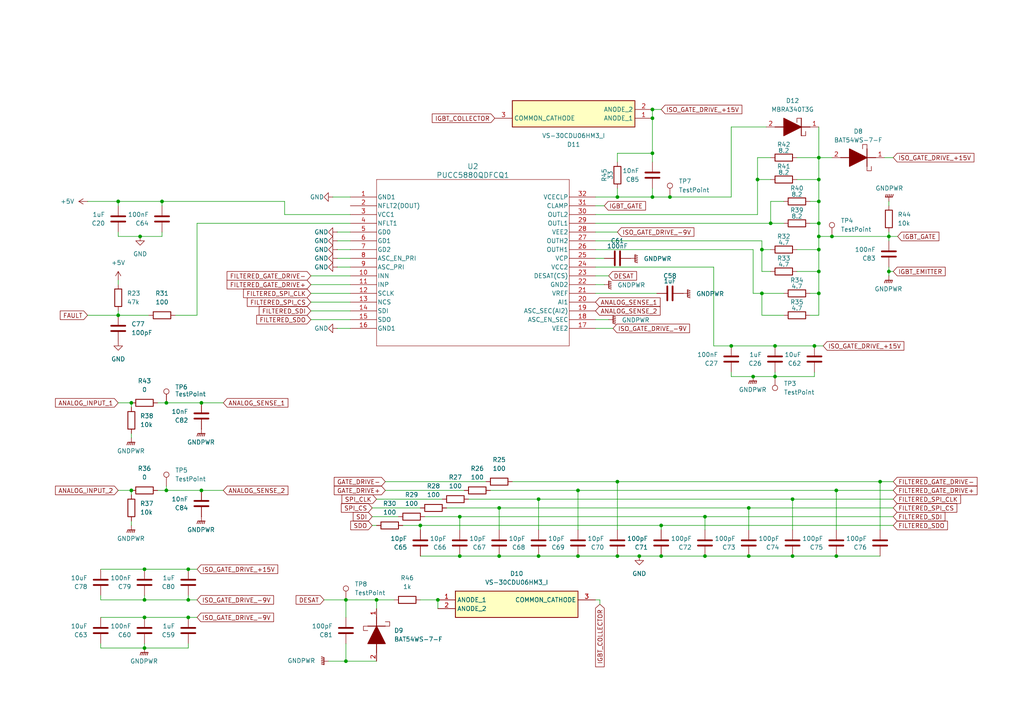
<source format=kicad_sch>
(kicad_sch (version 20250114) (generator "eeschema") (generator_version "9.0")
  (paper "A4")
  (junction (at 167.64 161.29))
  (junction (at 236.22 100.33))
  (junction (at 127 173.99))
  (junction (at 217.17 161.29))
  (junction (at 191.77 161.29))
  (junction (at 189.23 34.29))
  (junction (at 223.52 64.77))
  (junction (at 179.07 161.29))
  (junction (at 41.91 165.1))
  (junction (at 54.61 165.1))
  (junction (at 48.26 116.84))
  (junction (at 237.49 85.09))
  (junction (at 257.81 68.58))
  (junction (at 167.64 142.24))
  (junction (at 179.07 57.15))
  (junction (at 241.3 68.58))
  (junction (at 237.49 52.07))
  (junction (at 237.49 64.77))
  (junction (at 237.49 72.39))
  (junction (at 255.27 139.7))
  (junction (at 48.26 142.24))
  (junction (at 144.78 147.32))
  (junction (at 212.09 100.33))
  (junction (at 58.42 116.84))
  (junction (at 179.07 139.7))
  (junction (at 41.91 187.96))
  (junction (at 54.61 179.07))
  (junction (at 257.81 78.74))
  (junction (at 189.23 44.45))
  (junction (at 189.23 31.75))
  (junction (at 229.87 161.29))
  (junction (at 220.98 72.39))
  (junction (at 133.35 161.29))
  (junction (at 54.61 173.99))
  (junction (at 224.79 109.22))
  (junction (at 133.35 149.86))
  (junction (at 156.21 161.29))
  (junction (at 34.29 91.44))
  (junction (at 242.57 142.24))
  (junction (at 218.44 109.22))
  (junction (at 204.47 161.29))
  (junction (at 38.1 116.84))
  (junction (at 100.33 173.99))
  (junction (at 229.87 144.78))
  (junction (at 34.29 58.42))
  (junction (at 41.91 179.07))
  (junction (at 100.33 191.77))
  (junction (at 220.98 85.09))
  (junction (at 58.42 142.24))
  (junction (at 191.77 152.4))
  (junction (at 46.99 58.42))
  (junction (at 41.91 173.99))
  (junction (at 38.1 142.24))
  (junction (at 242.57 161.29))
  (junction (at 237.49 45.72))
  (junction (at 40.64 68.58))
  (junction (at 237.49 78.74))
  (junction (at 189.23 57.15))
  (junction (at 194.31 57.15))
  (junction (at 217.17 147.32))
  (junction (at 121.92 152.4))
  (junction (at 237.49 68.58))
  (junction (at 156.21 144.78))
  (junction (at 224.79 100.33))
  (junction (at 185.42 161.29))
  (junction (at 204.47 149.86))
  (junction (at 109.22 173.99))
  (junction (at 144.78 161.29))
  (junction (at 219.71 52.07))
  (junction (at 237.49 58.42))
  (wire (pts (xy 90.17 85.09) (xy 101.6 85.09)))
  (wire (pts (xy 217.17 161.29) (xy 229.87 161.29)))
  (wire (pts (xy 242.57 161.29) (xy 255.27 161.29)))
  (wire (pts (xy 172.72 80.01) (xy 176.53 80.01)))
  (wire (pts (xy 121.92 152.4) (xy 191.77 152.4)))
  (wire (pts (xy 179.07 139.7) (xy 255.27 139.7)))
  (wire (pts (xy 220.98 69.85) (xy 220.98 72.39)))
  (wire (pts (xy 29.21 173.99) (xy 29.21 172.72)))
  (wire (pts (xy 133.35 161.29) (xy 144.78 161.29)))
  (wire (pts (xy 46.99 58.42) (xy 46.99 59.69)))
  (wire (pts (xy 45.72 116.84) (xy 48.26 116.84)))
  (wire (pts (xy 237.49 64.77) (xy 237.49 68.58)))
  (wire (pts (xy 97.79 74.93) (xy 101.6 74.93)))
  (wire (pts (xy 189.23 31.75) (xy 191.77 31.75)))
  (wire (pts (xy 46.99 67.31) (xy 46.99 68.58)))
  (wire (pts (xy 58.42 142.24) (xy 64.77 142.24)))
  (wire (pts (xy 90.17 87.63) (xy 101.6 87.63)))
  (wire (pts (xy 172.72 69.85) (xy 220.98 69.85)))
  (wire (pts (xy 123.19 149.86) (xy 133.35 149.86)))
  (wire (pts (xy 34.29 116.84) (xy 38.1 116.84)))
  (wire (pts (xy 156.21 144.78) (xy 156.21 153.67)))
  (wire (pts (xy 185.42 161.29) (xy 191.77 161.29)))
  (wire (pts (xy 34.29 82.55) (xy 34.29 81.28)))
  (wire (pts (xy 121.92 173.99) (xy 127 173.99)))
  (wire (pts (xy 97.79 77.47) (xy 101.6 77.47)))
  (wire (pts (xy 135.89 144.78) (xy 156.21 144.78)))
  (wire (pts (xy 257.81 78.74) (xy 257.81 77.47)))
  (wire (pts (xy 93.98 173.99) (xy 100.33 173.99)))
  (wire (pts (xy 204.47 149.86) (xy 259.08 149.86)))
  (wire (pts (xy 231.14 45.72) (xy 237.49 45.72)))
  (wire (pts (xy 25.4 58.42) (xy 34.29 58.42)))
  (wire (pts (xy 220.98 72.39) (xy 220.98 78.74)))
  (wire (pts (xy 107.95 147.32) (xy 121.92 147.32)))
  (wire (pts (xy 172.72 59.69) (xy 175.26 59.69)))
  (wire (pts (xy 179.07 57.15) (xy 189.23 57.15)))
  (wire (pts (xy 220.98 91.44) (xy 227.33 91.44)))
  (wire (pts (xy 34.29 58.42) (xy 46.99 58.42)))
  (wire (pts (xy 212.09 109.22) (xy 218.44 109.22)))
  (wire (pts (xy 231.14 52.07) (xy 237.49 52.07)))
  (wire (pts (xy 219.71 45.72) (xy 219.71 52.07)))
  (wire (pts (xy 223.52 58.42) (xy 223.52 64.77)))
  (wire (pts (xy 259.08 45.72) (xy 256.54 45.72)))
  (wire (pts (xy 237.49 72.39) (xy 237.49 78.74)))
  (wire (pts (xy 54.61 179.07) (xy 57.15 179.07)))
  (wire (pts (xy 167.64 161.29) (xy 179.07 161.29)))
  (wire (pts (xy 257.81 59.69) (xy 257.81 58.42)))
  (wire (pts (xy 259.08 78.74) (xy 257.81 78.74)))
  (wire (pts (xy 144.78 147.32) (xy 217.17 147.32)))
  (wire (pts (xy 40.64 68.58) (xy 34.29 68.58)))
  (wire (pts (xy 29.21 187.96) (xy 29.21 186.69)))
  (wire (pts (xy 242.57 142.24) (xy 242.57 153.67)))
  (wire (pts (xy 144.78 147.32) (xy 144.78 153.67)))
  (wire (pts (xy 121.92 152.4) (xy 121.92 153.67)))
  (wire (pts (xy 50.8 91.44) (xy 57.15 91.44)))
  (wire (pts (xy 191.77 152.4) (xy 191.77 153.67)))
  (wire (pts (xy 220.98 72.39) (xy 223.52 72.39)))
  (wire (pts (xy 34.29 90.17) (xy 34.29 91.44)))
  (wire (pts (xy 134.62 142.24) (xy 111.76 142.24)))
  (wire (pts (xy 236.22 100.33) (xy 238.76 100.33)))
  (wire (pts (xy 179.07 44.45) (xy 179.07 46.99)))
  (wire (pts (xy 54.61 165.1) (xy 57.15 165.1)))
  (wire (pts (xy 116.84 152.4) (xy 121.92 152.4)))
  (wire (pts (xy 191.77 152.4) (xy 259.08 152.4)))
  (wire (pts (xy 148.59 139.7) (xy 179.07 139.7)))
  (wire (pts (xy 172.72 62.23) (xy 219.71 62.23)))
  (wire (pts (xy 241.3 45.72) (xy 237.49 45.72)))
  (wire (pts (xy 41.91 173.99) (xy 41.91 172.72)))
  (wire (pts (xy 257.81 68.58) (xy 260.35 68.58)))
  (wire (pts (xy 46.99 68.58) (xy 40.64 68.58)))
  (wire (pts (xy 95.25 191.77) (xy 100.33 191.77)))
  (wire (pts (xy 133.35 149.86) (xy 204.47 149.86)))
  (wire (pts (xy 255.27 139.7) (xy 255.27 153.67)))
  (wire (pts (xy 172.72 64.77) (xy 223.52 64.77)))
  (wire (pts (xy 54.61 173.99) (xy 54.61 172.72)))
  (wire (pts (xy 172.72 72.39) (xy 218.44 72.39)))
  (wire (pts (xy 29.21 179.07) (xy 41.91 179.07)))
  (wire (pts (xy 156.21 144.78) (xy 229.87 144.78)))
  (wire (pts (xy 90.17 90.17) (xy 101.6 90.17)))
  (wire (pts (xy 204.47 149.86) (xy 204.47 153.67)))
  (wire (pts (xy 237.49 91.44) (xy 234.95 91.44)))
  (wire (pts (xy 172.72 67.31) (xy 179.07 67.31)))
  (wire (pts (xy 212.09 36.83) (xy 212.09 57.15)))
  (wire (pts (xy 25.4 91.44) (xy 34.29 91.44)))
  (wire (pts (xy 257.81 67.31) (xy 257.81 68.58)))
  (wire (pts (xy 212.09 100.33) (xy 224.79 100.33)))
  (wire (pts (xy 229.87 161.29) (xy 242.57 161.29)))
  (wire (pts (xy 224.79 109.22) (xy 218.44 109.22)))
  (wire (pts (xy 29.21 165.1) (xy 41.91 165.1)))
  (wire (pts (xy 219.71 52.07) (xy 219.71 62.23)))
  (wire (pts (xy 34.29 68.58) (xy 34.29 67.31)))
  (wire (pts (xy 222.25 36.83) (xy 212.09 36.83)))
  (wire (pts (xy 237.49 45.72) (xy 237.49 52.07)))
  (wire (pts (xy 234.95 85.09) (xy 237.49 85.09)))
  (wire (pts (xy 212.09 57.15) (xy 194.31 57.15)))
  (wire (pts (xy 97.79 72.39) (xy 101.6 72.39)))
  (wire (pts (xy 96.52 57.15) (xy 101.6 57.15)))
  (wire (pts (xy 41.91 179.07) (xy 54.61 179.07)))
  (wire (pts (xy 34.29 142.24) (xy 38.1 142.24)))
  (wire (pts (xy 229.87 144.78) (xy 229.87 153.67)))
  (wire (pts (xy 237.49 85.09) (xy 237.49 91.44)))
  (wire (pts (xy 48.26 116.84) (xy 58.42 116.84)))
  (wire (pts (xy 217.17 147.32) (xy 217.17 153.67)))
  (wire (pts (xy 133.35 149.86) (xy 133.35 153.67)))
  (wire (pts (xy 48.26 142.24) (xy 58.42 142.24)))
  (wire (pts (xy 241.3 68.58) (xy 257.81 68.58)))
  (wire (pts (xy 172.72 57.15) (xy 179.07 57.15)))
  (wire (pts (xy 189.23 34.29) (xy 189.23 31.75)))
  (wire (pts (xy 194.31 57.15) (xy 189.23 57.15)))
  (wire (pts (xy 38.1 125.73) (xy 38.1 127)))
  (wire (pts (xy 220.98 85.09) (xy 220.98 91.44)))
  (wire (pts (xy 38.1 142.24) (xy 38.1 143.51)))
  (wire (pts (xy 189.23 44.45) (xy 189.23 46.99)))
  (wire (pts (xy 111.76 139.7) (xy 140.97 139.7)))
  (wire (pts (xy 219.71 45.72) (xy 223.52 45.72)))
  (wire (pts (xy 38.1 151.13) (xy 38.1 152.4)))
  (wire (pts (xy 109.22 173.99) (xy 109.22 176.53)))
  (wire (pts (xy 90.17 92.71) (xy 101.6 92.71)))
  (wire (pts (xy 220.98 85.09) (xy 227.33 85.09)))
  (wire (pts (xy 109.22 144.78) (xy 128.27 144.78)))
  (wire (pts (xy 167.64 142.24) (xy 242.57 142.24)))
  (wire (pts (xy 173.99 175.26) (xy 173.99 173.99)))
  (wire (pts (xy 82.55 58.42) (xy 82.55 62.23)))
  (wire (pts (xy 90.17 82.55) (xy 101.6 82.55)))
  (wire (pts (xy 218.44 72.39) (xy 218.44 85.09)))
  (wire (pts (xy 223.52 64.77) (xy 227.33 64.77)))
  (wire (pts (xy 172.72 95.25) (xy 177.8 95.25)))
  (wire (pts (xy 229.87 144.78) (xy 259.08 144.78)))
  (wire (pts (xy 97.79 67.31) (xy 101.6 67.31)))
  (wire (pts (xy 237.49 52.07) (xy 237.49 58.42)))
  (wire (pts (xy 236.22 107.95) (xy 236.22 109.22)))
  (wire (pts (xy 90.17 80.01) (xy 101.6 80.01)))
  (wire (pts (xy 41.91 187.96) (xy 54.61 187.96)))
  (wire (pts (xy 101.6 64.77) (xy 57.15 64.77)))
  (wire (pts (xy 97.79 95.25) (xy 101.6 95.25)))
  (wire (pts (xy 107.95 152.4) (xy 109.22 152.4)))
  (wire (pts (xy 236.22 109.22) (xy 224.79 109.22)))
  (wire (pts (xy 48.26 140.97) (xy 48.26 142.24)))
  (wire (pts (xy 100.33 191.77) (xy 109.22 191.77)))
  (wire (pts (xy 41.91 173.99) (xy 29.21 173.99)))
  (wire (pts (xy 234.95 58.42) (xy 237.49 58.42)))
  (wire (pts (xy 57.15 64.77) (xy 57.15 91.44)))
  (wire (pts (xy 167.64 153.67) (xy 167.64 142.24)))
  (wire (pts (xy 167.64 142.24) (xy 142.24 142.24)))
  (wire (pts (xy 220.98 78.74) (xy 223.52 78.74)))
  (wire (pts (xy 237.49 36.83) (xy 237.49 45.72)))
  (wire (pts (xy 237.49 68.58) (xy 237.49 72.39)))
  (wire (pts (xy 224.79 109.22) (xy 224.79 107.95)))
  (wire (pts (xy 54.61 173.99) (xy 57.15 173.99)))
  (wire (pts (xy 129.54 147.32) (xy 144.78 147.32)))
  (wire (pts (xy 58.42 116.84) (xy 64.77 116.84)))
  (wire (pts (xy 224.79 100.33) (xy 236.22 100.33)))
  (wire (pts (xy 41.91 165.1) (xy 54.61 165.1)))
  (wire (pts (xy 207.01 77.47) (xy 172.72 77.47)))
  (wire (pts (xy 172.72 92.71) (xy 176.53 92.71)))
  (wire (pts (xy 34.29 91.44) (xy 43.18 91.44)))
  (wire (pts (xy 127 173.99) (xy 127 176.53)))
  (wire (pts (xy 231.14 72.39) (xy 237.49 72.39)))
  (wire (pts (xy 41.91 187.96) (xy 41.91 186.69)))
  (wire (pts (xy 175.26 82.55) (xy 172.72 82.55)))
  (wire (pts (xy 212.09 109.22) (xy 212.09 107.95)))
  (wire (pts (xy 217.17 147.32) (xy 259.08 147.32)))
  (wire (pts (xy 46.99 58.42) (xy 82.55 58.42)))
  (wire (pts (xy 100.33 173.99) (xy 109.22 173.99)))
  (wire (pts (xy 231.14 78.74) (xy 237.49 78.74)))
  (wire (pts (xy 189.23 34.29) (xy 189.23 44.45)))
  (wire (pts (xy 45.72 142.24) (xy 48.26 142.24)))
  (wire (pts (xy 242.57 142.24) (xy 259.08 142.24)))
  (wire (pts (xy 100.33 179.07) (xy 100.33 173.99)))
  (wire (pts (xy 179.07 44.45) (xy 189.23 44.45)))
  (wire (pts (xy 219.71 52.07) (xy 223.52 52.07)))
  (wire (pts (xy 82.55 62.23) (xy 101.6 62.23)))
  (wire (pts (xy 144.78 161.29) (xy 156.21 161.29)))
  (wire (pts (xy 204.47 161.29) (xy 217.17 161.29)))
  (wire (pts (xy 97.79 69.85) (xy 101.6 69.85)))
  (wire (pts (xy 173.99 173.99) (xy 172.72 173.99)))
  (wire (pts (xy 107.95 149.86) (xy 115.57 149.86)))
  (wire (pts (xy 175.26 74.93) (xy 172.72 74.93)))
  (wire (pts (xy 179.07 54.61) (xy 179.07 57.15)))
  (wire (pts (xy 179.07 161.29) (xy 185.42 161.29)))
  (wire (pts (xy 34.29 59.69) (xy 34.29 58.42)))
  (wire (pts (xy 257.81 69.85) (xy 257.81 68.58)))
  (wire (pts (xy 259.08 139.7) (xy 255.27 139.7)))
  (wire (pts (xy 109.22 173.99) (xy 114.3 173.99)))
  (wire (pts (xy 179.07 139.7) (xy 179.07 153.67)))
  (wire (pts (xy 237.49 64.77) (xy 234.95 64.77)))
  (wire (pts (xy 257.81 80.01) (xy 257.81 78.74)))
  (wire (pts (xy 237.49 68.58) (xy 241.3 68.58)))
  (wire (pts (xy 156.21 161.29) (xy 167.64 161.29)))
  (wire (pts (xy 121.92 161.29) (xy 133.35 161.29)))
  (wire (pts (xy 223.52 58.42) (xy 227.33 58.42)))
  (wire (pts (xy 172.72 85.09) (xy 190.5 85.09)))
  (wire (pts (xy 189.23 54.61) (xy 189.23 57.15)))
  (wire (pts (xy 41.91 187.96) (xy 29.21 187.96)))
  (wire (pts (xy 218.44 85.09) (xy 220.98 85.09)))
  (wire (pts (xy 100.33 186.69) (xy 100.33 191.77)))
  (wire (pts (xy 237.49 58.42) (xy 237.49 64.77)))
  (wire (pts (xy 191.77 161.29) (xy 204.47 161.29)))
  (wire (pts (xy 38.1 116.84) (xy 38.1 118.11)))
  (wire (pts (xy 41.91 173.99) (xy 54.61 173.99)))
  (wire (pts (xy 237.49 78.74) (xy 237.49 85.09)))
  (wire (pts (xy 207.01 100.33) (xy 212.09 100.33)))
  (wire (pts (xy 54.61 187.96) (xy 54.61 186.69)))
  (wire (pts (xy 207.01 100.33) (xy 207.01 77.47)))
  (global_label "SDI" (shape input) (at 107.95 149.86 180) (property "Intersheetrefs" "${INTERSHEET_REFS}" (effects (hide yes))))
  (global_label "FAULT" (shape input) (at 25.4 91.44 180) (property "Intersheetrefs" "${INTERSHEET_REFS}" (effects (hide yes))))
  (global_label "FILTERED_SPI_CLK" (shape input) (at 259.08 144.78 0) (property "Intersheetrefs" "${INTERSHEET_REFS}" (effects (hide yes))))
  (global_label "FILTERED_GATE_DRIVE-" (shape input) (at 90.17 80.01 180) (property "Intersheetrefs" "${INTERSHEET_REFS}" (effects (hide yes))))
  (global_label "IGBT_EMITTER" (shape input) (at 259.08 78.74 0) (property "Intersheetrefs" "${INTERSHEET_REFS}" (effects (hide yes))))
  (global_label "ISO_GATE_DRIVE_-9V" (shape input) (at 57.15 173.99 0) (property "Intersheetrefs" "${INTERSHEET_REFS}" (effects (hide yes))))
  (global_label "FILTERED_GATE_DRIVE+" (shape input) (at 259.08 142.24 0) (property "Intersheetrefs" "${INTERSHEET_REFS}" (effects (hide yes))))
  (global_label "FILTERED_SDO" (shape input) (at 259.08 152.4 0) (property "Intersheetrefs" "${INTERSHEET_REFS}" (effects (hide yes))))
  (global_label "ANALOG_INPUT_2" (shape input) (at 34.29 142.24 180) (property "Intersheetrefs" "${INTERSHEET_REFS}" (effects (hide yes))))
  (global_label "FILTERED_SDI" (shape input) (at 90.17 90.17 180) (property "Intersheetrefs" "${INTERSHEET_REFS}" (effects (hide yes))))
  (global_label "ISO_GATE_DRIVE_+15V" (shape input) (at 238.76 100.33 0) (property "Intersheetrefs" "${INTERSHEET_REFS}" (effects (hide yes))))
  (global_label "IGBT_GATE" (shape input) (at 260.35 68.58 0) (property "Intersheetrefs" "${INTERSHEET_REFS}" (effects (hide yes))))
  (global_label "ANALOG_SENSE_1" (shape input) (at 172.72 87.63 0) (property "Intersheetrefs" "${INTERSHEET_REFS}" (effects (hide yes))))
  (global_label "ISO_GATE_DRIVE_+15V" (shape input) (at 259.08 45.72 0) (property "Intersheetrefs" "${INTERSHEET_REFS}" (effects (hide yes))))
  (global_label "SDO" (shape input) (at 107.95 152.4 180) (property "Intersheetrefs" "${INTERSHEET_REFS}" (effects (hide yes))))
  (global_label "IGBT_COLLECTOR" (shape input) (at 173.99 175.26 270) (property "Intersheetrefs" "${INTERSHEET_REFS}" (effects (hide yes))))
  (global_label "FILTERED_GATE_DRIVE+" (shape input) (at 90.17 82.55 180) (property "Intersheetrefs" "${INTERSHEET_REFS}" (effects (hide yes))))
  (global_label "ANALOG_SENSE_2" (shape input) (at 64.77 142.24 0) (property "Intersheetrefs" "${INTERSHEET_REFS}" (effects (hide yes))))
  (global_label "ANALOG_SENSE_1" (shape input) (at 64.77 116.84 0) (property "Intersheetrefs" "${INTERSHEET_REFS}" (effects (hide yes))))
  (global_label "DESAT" (shape input) (at 176.53 80.01 0) (property "Intersheetrefs" "${INTERSHEET_REFS}" (effects (hide yes))))
  (global_label "FILTERED_SPI_CLK" (shape input) (at 90.17 85.09 180) (property "Intersheetrefs" "${INTERSHEET_REFS}" (effects (hide yes))))
  (global_label "ISO_GATE_DRIVE_-9V" (shape input) (at 57.15 179.07 0) (property "Intersheetrefs" "${INTERSHEET_REFS}" (effects (hide yes))))
  (global_label "SPI_CLK" (shape input) (at 109.22 144.78 180) (property "Intersheetrefs" "${INTERSHEET_REFS}" (effects (hide yes))))
  (global_label "FILTERED_SDI" (shape input) (at 259.08 149.86 0) (property "Intersheetrefs" "${INTERSHEET_REFS}" (effects (hide yes))))
  (global_label "GATE_DRIVE-" (shape input) (at 111.76 139.7 180) (property "Intersheetrefs" "${INTERSHEET_REFS}" (effects (hide yes))))
  (global_label "IGBT_GATE" (shape input) (at 175.26 59.69 0) (property "Intersheetrefs" "${INTERSHEET_REFS}" (effects (hide yes))))
  (global_label "GATE_DRIVE+" (shape input) (at 111.76 142.24 180) (property "Intersheetrefs" "${INTERSHEET_REFS}" (effects (hide yes))))
  (global_label "ANALOG_SENSE_2" (shape input) (at 172.72 90.17 0) (property "Intersheetrefs" "${INTERSHEET_REFS}" (effects (hide yes))))
  (global_label "FILTERED_SDO" (shape input) (at 90.17 92.71 180) (property "Intersheetrefs" "${INTERSHEET_REFS}" (effects (hide yes))))
  (global_label "ISO_GATE_DRIVE_+15V" (shape input) (at 57.15 165.1 0) (property "Intersheetrefs" "${INTERSHEET_REFS}" (effects (hide yes))))
  (global_label "ANALOG_INPUT_1" (shape input) (at 34.29 116.84 180) (property "Intersheetrefs" "${INTERSHEET_REFS}" (effects (hide yes))))
  (global_label "ISO_GATE_DRIVE_+15V" (shape input) (at 191.77 31.75 0) (property "Intersheetrefs" "${INTERSHEET_REFS}" (effects (hide yes))))
  (global_label "DESAT" (shape input) (at 93.98 173.99 180) (property "Intersheetrefs" "${INTERSHEET_REFS}" (effects (hide yes))))
  (global_label "ISO_GATE_DRIVE_-9V" (shape input) (at 177.8 95.25 0) (property "Intersheetrefs" "${INTERSHEET_REFS}" (effects (hide yes))))
  (global_label "FILTERED_GATE_DRIVE-" (shape input) (at 259.08 139.7 0) (property "Intersheetrefs" "${INTERSHEET_REFS}" (effects (hide yes))))
  (global_label "FILTERED_SPI_CS" (shape input) (at 90.17 87.63 180) (property "Intersheetrefs" "${INTERSHEET_REFS}" (effects (hide yes))))
  (global_label "IGBT_COLLECTOR" (shape input) (at 143.51 34.29 180) (property "Intersheetrefs" "${INTERSHEET_REFS}" (effects (hide yes))))
  (global_label "ISO_GATE_DRIVE_-9V" (shape input) (at 179.07 67.31 0) (property "Intersheetrefs" "${INTERSHEET_REFS}" (effects (hide yes))))
  (global_label "SPI_CS" (shape input) (at 107.95 147.32 180) (property "Intersheetrefs" "${INTERSHEET_REFS}" (effects (hide yes))))
  (global_label "FILTERED_SPI_CS" (shape input) (at 259.08 147.32 0) (property "Intersheetrefs" "${INTERSHEET_REFS}" (effects (hide yes))))
  (symbol (lib_id "power:+5V") (at 34.29 81.28 0) (unit 1)
    (property "Reference" "#PWR039" (effects (hide yes)))
    (property "Value" "+5V" (at 34.29 76.2 0))
    (property "Description" "Power symbol creates a global label with name \"+5V\"" (effects (hide yes)))
  )
  (symbol (lib_id "power:GNDPWR") (at 38.1 152.4 0) (unit 1)
    (property "Reference" "#PWR071" (effects (hide yes)))
    (property "Value" "GNDPWR" (at 37.973 156.21 0))
    (property "Description" "Power symbol creates a global label with name \"GNDPWR\" , global ground" (effects (hide yes)))
  )
  (symbol (lib_id "Device:R") (at 41.91 142.24 90) (mirror x) (unit 1)
    (property "Reference" "R36" (at 41.91 135.89 90))
    (property "Value" "0" (at 41.91 138.43 90))
    (property "Footprint" "Resistor_SMD:R_1210_3225Metric_Pad1.30x2.65mm_HandSolder" (effects (hide yes)))
    (property "Description" "Resistor" (effects (hide yes)))
  )
  (symbol (lib_id "Device:C") (at 179.07 74.93 270) (unit 1)
    (property "Reference" "C61" (at 179.07 69.85 90))
    (property "Value" "100nF" (at 179.07 71.374 90))
    (property "Footprint" "Capacitor_SMD:C_1210_3225Metric_Pad1.33x2.70mm_HandSolder" (effects (hide yes)))
    (property "Description" "Unpolarized capacitor" (effects (hide yes)))
  )
  (symbol (lib_id "Device:C") (at 29.21 168.91 180) (unit 1)
    (property "Reference" "C78" (at 25.4 170.1801 0) (effects (justify left)))
    (property "Value" "10uF" (at 25.4 167.6401 0) (effects (justify left)))
    (property "Footprint" "Capacitor_SMD:C_1210_3225Metric_Pad1.33x2.70mm_HandSolder" (effects (hide yes)))
    (property "Description" "Unpolarized capacitor" (effects (hide yes)))
  )
  (symbol (lib_id "Device:R") (at 227.33 52.07 270) (unit 1)
    (property "Reference" "R41" (at 227.33 48.26 90))
    (property "Value" "8.2" (at 227.33 50.038 90))
    (property "Footprint" "Resistor_SMD:R_1210_3225Metric_Pad1.30x2.65mm_HandSolder" (effects (hide yes)))
    (property "Description" "Resistor" (effects (hide yes)))
  )
  (symbol (lib_id "Connector:TestPoint") (at 241.3 68.58 0) (unit 1)
    (property "Reference" "TP4" (at 243.84 64.0079 0) (effects (justify left)))
    (property "Value" "TestPoint" (at 243.84 66.5479 0) (effects (justify left)))
    (property "Footprint" "TestPoint:TestPoint_Loop_D2.54mm_Drill1.5mm_Beaded" (effects (hide yes)))
    (property "Description" "test point" (effects (hide yes)))
  )
  (symbol (lib_id "InverterCom:BAT54WS-7-F") (at 109.22 176.53 270) (unit 1)
    (property "Reference" "D9" (at 114.3 182.8799 90) (effects (justify left)))
    (property "Value" "BAT54WS-7-F" (at 114.3 185.4199 90) (effects (justify left)))
    (property "Footprint" "InverterCom:SOD2513X120N" (effects (hide yes)))
    (property "Datasheet" "https://www.diodes.com//assets/Datasheets/BAT54WS.pdf" (effects (hide yes)))
    (property "Description" "Diodes Inc BAT54WS-7-F, SMT Schottky Switching Diode, 30V 200mA, 5ns, 2-Pin SOD-323" (effects (hide yes)))
    (property "Height" "1.2" (effects (hide yes)))
    (property "Mouser Part Number" "621-BAT54WS-F" (effects (hide yes)))
    (property "Mouser Price/Stock" "https://www.mouser.co.uk/ProductDetail/Diodes-Incorporated/BAT54WS-7-F?qs=BJo294706GxanB6a%2FKrrdw%3D%3D" (effects (hide yes)))
    (property "Manufacturer_Name" "Diodes Incorporated" (effects (hide yes)))
    (property "Manufacturer_Part_Number" "BAT54WS-7-F" (effects (hide yes)))
  )
  (symbol (lib_id "Device:C") (at 29.21 182.88 180) (unit 1)
    (property "Reference" "C63" (at 25.4 184.1501 0) (effects (justify left)))
    (property "Value" "10uF" (at 25.4 181.6101 0) (effects (justify left)))
    (property "Footprint" "Capacitor_SMD:C_1210_3225Metric_Pad1.33x2.70mm_HandSolder" (effects (hide yes)))
    (property "Description" "Unpolarized capacitor" (effects (hide yes)))
  )
  (symbol (lib_id "Device:R") (at 38.1 121.92 0) (unit 1)
    (property "Reference" "R38" (at 40.64 120.6499 0) (effects (justify left)))
    (property "Value" "10k" (at 40.64 123.1899 0) (effects (justify left)))
    (property "Footprint" "Resistor_SMD:R_1210_3225Metric_Pad1.30x2.65mm_HandSolder" (effects (hide yes)))
    (property "Description" "Resistor" (effects (hide yes)))
  )
  (symbol (lib_id "power:GNDPWR") (at 58.42 149.86 0) (unit 1)
    (property "Reference" "#PWR070" (effects (hide yes)))
    (property "Value" "GNDPWR" (at 58.293 153.67 0))
    (property "Description" "Power symbol creates a global label with name \"GNDPWR\" , global ground" (effects (hide yes)))
  )
  (symbol (lib_id "Device:C") (at 255.27 157.48 180) (unit 1)
    (property "Reference" "C76" (at 251.46 158.7501 0) (effects (justify left)))
    (property "Value" "100pF" (at 251.46 156.2101 0) (effects (justify left)))
    (property "Footprint" "Capacitor_SMD:C_1210_3225Metric_Pad1.33x2.70mm_HandSolder" (effects (hide yes)))
    (property "Description" "Unpolarized capacitor" (effects (hide yes)))
  )
  (symbol (lib_id "Device:C") (at 46.99 63.5 180) (unit 1)
    (property "Reference" "C64" (at 43.18 64.77 0) (effects (justify left)))
    (property "Value" "100nF" (at 43.18 62.23 0) (effects (justify left)))
    (property "Footprint" "Capacitor_SMD:C_1210_3225Metric_Pad1.33x2.70mm_HandSolder" (effects (hide yes)))
    (property "Description" "Unpolarized capacitor" (effects (hide yes)))
  )
  (symbol (lib_id "power:GND") (at 97.79 72.39 270) (unit 1)
    (property "Reference" "#PWR064" (effects (hide yes)))
    (property "Value" "GND" (at 95.25 72.3899 90) (effects (justify right)))
    (property "Description" "Power symbol creates a global label with name \"GND\" , ground" (effects (hide yes)))
  )
  (symbol (lib_id "power:GND") (at 97.79 77.47 270) (unit 1)
    (property "Reference" "#PWR063" (effects (hide yes)))
    (property "Value" "GND" (at 95.25 77.4699 90) (effects (justify right)))
    (property "Description" "Power symbol creates a global label with name \"GND\" , ground" (effects (hide yes)))
  )
  (symbol (lib_id "Device:C") (at 144.78 157.48 180) (unit 1)
    (property "Reference" "C67" (at 140.97 158.7501 0) (effects (justify left)))
    (property "Value" "10pF" (at 140.97 156.2101 0) (effects (justify left)))
    (property "Footprint" "Capacitor_SMD:C_1210_3225Metric_Pad1.33x2.70mm_HandSolder" (effects (hide yes)))
    (property "Description" "Unpolarized capacitor" (effects (hide yes)))
  )
  (symbol (lib_id "Device:C") (at 58.42 146.05 180) (unit 1)
    (property "Reference" "C84" (at 54.61 147.3201 0) (effects (justify left)))
    (property "Value" "10nF" (at 54.61 144.7801 0) (effects (justify left)))
    (property "Footprint" "Capacitor_SMD:C_1210_3225Metric_Pad1.33x2.70mm_HandSolder" (effects (hide yes)))
    (property "Description" "Unpolarized capacitor" (effects (hide yes)))
  )
  (symbol (lib_id "power:GND") (at 40.64 68.58 0) (unit 1)
    (property "Reference" "#PWR033" (effects (hide yes)))
    (property "Value" "GND" (at 40.64 73.66 0))
    (property "Description" "Power symbol creates a global label with name \"GND\" , ground" (effects (hide yes)))
  )
  (symbol (lib_id "InverterCom:MBRA340T3G") (at 237.49 36.83 180) (unit 1)
    (property "Reference" "D12" (at 229.87 29.21 0))
    (property "Value" "MBRA340T3G" (at 229.87 31.75 0))
    (property "Footprint" "InverterCom:DIOM5226X220N" (effects (hide yes)))
    (property "Datasheet" "https://www.onsemi.com/pub/Collateral/MBRA340T3-D.PDF" (effects (hide yes)))
    (property "Description" "Compact Surface Mountable Package with J-Bent Leads; Rectangular Package for Automated Handling; Highly Stable Oxide Passivated Junction; Very Low Forward Voltage Drop; Guardring for Stress Protection; All External Surfaces are Corrosion Resistant and Terminal Leads are Readily Solderable; Cathode Lead Indicated by polarity Band; ESD Ratings, Machine Model = C, Human Body Model = 3B; Device Meets MSL 1 Requirements; AEC-Q101 Qualified and PPAP Capable; NRVBA Prefix for Automotive and Other Applications Requ" (effects (hide yes)))
    (property "Height" "2.2" (effects (hide yes)))
    (property "Mouser Part Number" "863-MBRA340T3G" (effects (hide yes)))
    (property "Mouser Price/Stock" "https://www.mouser.co.uk/ProductDetail/onsemi/MBRA340T3G?qs=3JMERSakebq0pjb145uRLw%3D%3D" (effects (hide yes)))
    (property "Manufacturer_Name" "onsemi" (effects (hide yes)))
    (property "Manufacturer_Part_Number" "MBRA340T3G" (effects (hide yes)))
  )
  (symbol (lib_id "Device:C") (at 204.47 157.48 180) (unit 1)
    (property "Reference" "C72" (at 200.66 158.7501 0) (effects (justify left)))
    (property "Value" "100pF" (at 200.66 156.2101 0) (effects (justify left)))
    (property "Footprint" "Capacitor_SMD:C_1210_3225Metric_Pad1.33x2.70mm_HandSolder" (effects (hide yes)))
    (property "Description" "Unpolarized capacitor" (effects (hide yes)))
  )
  (symbol (lib_id "power:GNDPWR") (at 95.25 191.77 270) (unit 1)
    (property "Reference" "#PWR074" (effects (hide yes)))
    (property "Value" "GNDPWR" (at 91.44 191.6429 90) (effects (justify right)))
    (property "Description" "Power symbol creates a global label with name \"GNDPWR\" , global ground" (effects (hide yes)))
  )
  (symbol (lib_id "Device:R") (at 179.07 50.8 0) (unit 1)
    (property "Reference" "R45" (at 175.26 50.8 90))
    (property "Value" "33" (at 177.038 50.8 90))
    (property "Footprint" "Resistor_SMD:R_1210_3225Metric_Pad1.30x2.65mm_HandSolder" (effects (hide yes)))
    (property "Description" "Resistor" (effects (hide yes)))
  )
  (symbol (lib_id "power:GNDPWR") (at 198.12 85.09 90) (unit 1)
    (property "Reference" "#PWR068" (effects (hide yes)))
    (property "Value" "GNDPWR" (at 201.93 85.2169 90) (effects (justify right)))
    (property "Description" "Power symbol creates a global label with name \"GNDPWR\" , global ground" (effects (hide yes)))
  )
  (symbol (lib_id "power:GND") (at 96.52 57.15 270) (unit 1)
    (property "Reference" "#PWR030" (effects (hide yes)))
    (property "Value" "GND" (at 93.98 57.1499 90) (effects (justify right)))
    (property "Description" "Power symbol creates a global label with name \"GND\" , ground" (effects (hide yes)))
  )
  (symbol (lib_id "Device:C") (at 133.35 157.48 180) (unit 1)
    (property "Reference" "C66" (at 129.54 158.7501 0) (effects (justify left)))
    (property "Value" "10pF" (at 129.54 156.2101 0) (effects (justify left)))
    (property "Footprint" "Capacitor_SMD:C_1210_3225Metric_Pad1.33x2.70mm_HandSolder" (effects (hide yes)))
    (property "Description" "Unpolarized capacitor" (effects (hide yes)))
  )
  (symbol (lib_id "Connector:TestPoint") (at 224.79 109.22 180) (unit 1)
    (property "Reference" "TP3" (at 227.33 111.2519 0) (effects (justify right)))
    (property "Value" "TestPoint" (at 227.33 113.7919 0) (effects (justify right)))
    (property "Footprint" "TestPoint:TestPoint_Loop_D2.54mm_Drill1.5mm_Beaded" (effects (hide yes)))
    (property "Description" "test point" (effects (hide yes)))
  )
  (symbol (lib_id "Device:C") (at 41.91 168.91 180) (unit 1)
    (property "Reference" "C79" (at 38.1 170.1801 0) (effects (justify left)))
    (property "Value" "100nF" (at 38.1 167.6401 0) (effects (justify left)))
    (property "Footprint" "Capacitor_SMD:C_1210_3225Metric_Pad1.33x2.70mm_HandSolder" (effects (hide yes)))
    (property "Description" "Unpolarized capacitor" (effects (hide yes)))
  )
  (symbol (lib_id "Device:C") (at 217.17 157.48 180) (unit 1)
    (property "Reference" "C73" (at 213.36 158.7501 0) (effects (justify left)))
    (property "Value" "100pF" (at 213.36 156.2101 0) (effects (justify left)))
    (property "Footprint" "Capacitor_SMD:C_1210_3225Metric_Pad1.33x2.70mm_HandSolder" (effects (hide yes)))
    (property "Description" "Unpolarized capacitor" (effects (hide yes)))
  )
  (symbol (lib_id "Device:R") (at 144.78 139.7 90) (unit 1)
    (property "Reference" "R25" (at 144.78 133.35 90))
    (property "Value" "100" (at 144.78 135.89 90))
    (property "Footprint" "Resistor_SMD:R_1210_3225Metric_Pad1.30x2.65mm_HandSolder" (effects (hide yes)))
    (property "Description" "Resistor" (effects (hide yes)))
  )
  (symbol (lib_id "InverterCom:BAT54WS-7-F") (at 256.54 45.72 180) (unit 1)
    (property "Reference" "D8" (at 248.92 38.1 0))
    (property "Value" "BAT54WS-7-F" (at 248.92 40.64 0))
    (property "Footprint" "InverterCom:SOD2513X120N" (effects (hide yes)))
    (property "Datasheet" "https://www.diodes.com//assets/Datasheets/BAT54WS.pdf" (effects (hide yes)))
    (property "Description" "Diodes Inc BAT54WS-7-F, SMT Schottky Switching Diode, 30V 200mA, 5ns, 2-Pin SOD-323" (effects (hide yes)))
    (property "Height" "1.2" (effects (hide yes)))
    (property "Mouser Part Number" "621-BAT54WS-F" (effects (hide yes)))
    (property "Mouser Price/Stock" "https://www.mouser.co.uk/ProductDetail/Diodes-Incorporated/BAT54WS-7-F?qs=BJo294706GxanB6a%2FKrrdw%3D%3D" (effects (hide yes)))
    (property "Manufacturer_Name" "Diodes Incorporated" (effects (hide yes)))
    (property "Manufacturer_Part_Number" "BAT54WS-7-F" (effects (hide yes)))
  )
  (symbol (lib_id "Device:C") (at 167.64 157.48 180) (unit 1)
    (property "Reference" "C69" (at 163.83 158.7501 0) (effects (justify left)))
    (property "Value" "10pF" (at 163.83 156.2101 0) (effects (justify left)))
    (property "Footprint" "Capacitor_SMD:C_1210_3225Metric_Pad1.33x2.70mm_HandSolder" (effects (hide yes)))
    (property "Description" "Unpolarized capacitor" (effects (hide yes)))
  )
  (symbol (lib_id "Device:C") (at 54.61 182.88 180) (unit 1)
    (property "Reference" "C59" (at 50.8 184.1501 0) (effects (justify left)))
    (property "Value" "1uF" (at 50.8 181.6101 0) (effects (justify left)))
    (property "Footprint" "Capacitor_SMD:C_1210_3225Metric_Pad1.33x2.70mm_HandSolder" (effects (hide yes)))
    (property "Description" "Unpolarized capacitor" (effects (hide yes)))
  )
  (symbol (lib_id "Device:C") (at 242.57 157.48 180) (unit 1)
    (property "Reference" "C75" (at 238.76 158.7501 0) (effects (justify left)))
    (property "Value" "100pF" (at 238.76 156.2101 0) (effects (justify left)))
    (property "Footprint" "Capacitor_SMD:C_1210_3225Metric_Pad1.33x2.70mm_HandSolder" (effects (hide yes)))
    (property "Description" "Unpolarized capacitor" (effects (hide yes)))
  )
  (symbol (lib_id "power:GNDPWR") (at 38.1 127 0) (unit 1)
    (property "Reference" "#PWR072" (effects (hide yes)))
    (property "Value" "GNDPWR" (at 37.973 130.81 0))
    (property "Description" "Power symbol creates a global label with name \"GNDPWR\" , global ground" (effects (hide yes)))
  )
  (symbol (lib_id "power:GND") (at 97.79 67.31 270) (unit 1)
    (property "Reference" "#PWR066" (effects (hide yes)))
    (property "Value" "GND" (at 95.25 67.3099 90) (effects (justify right)))
    (property "Description" "Power symbol creates a global label with name \"GND\" , ground" (effects (hide yes)))
  )
  (symbol (lib_id "power:GND") (at 185.42 161.29 0) (unit 1)
    (property "Reference" "#PWR058" (effects (hide yes)))
    (property "Value" "GND" (at 185.42 166.37 0))
    (property "Description" "Power symbol creates a global label with name \"GND\" , ground" (effects (hide yes)))
  )
  (symbol (lib_id "power:GND") (at 97.79 95.25 270) (unit 1)
    (property "Reference" "#PWR031" (effects (hide yes)))
    (property "Value" "GND" (at 95.25 95.2499 90) (effects (justify right)))
    (property "Description" "Power symbol creates a global label with name \"GND\" , ground" (effects (hide yes)))
  )
  (symbol (lib_id "Connector:TestPoint") (at 48.26 116.84 0) (unit 1)
    (property "Reference" "TP6" (at 50.8 112.2679 0) (effects (justify left)))
    (property "Value" "TestPoint" (at 50.8 114.3 0) (effects (justify left)))
    (property "Footprint" "TestPoint:TestPoint_Loop_D2.54mm_Drill1.5mm_Beaded" (effects (hide yes)))
    (property "Description" "test point" (effects (hide yes)))
  )
  (symbol (lib_id "Device:C") (at 194.31 85.09 270) (unit 1)
    (property "Reference" "C58" (at 194.31 80.01 90))
    (property "Value" "1uF" (at 194.31 81.534 90))
    (property "Footprint" "Capacitor_SMD:C_1210_3225Metric_Pad1.33x2.70mm_HandSolder" (effects (hide yes)))
    (property "Description" "Unpolarized capacitor" (effects (hide yes)))
  )
  (symbol (lib_id "Device:R") (at 231.14 91.44 270) (unit 1)
    (property "Reference" "R35" (at 231.14 87.63 90))
    (property "Value" "4.7" (at 231.14 89.408 90))
    (property "Footprint" "Resistor_SMD:R_1210_3225Metric_Pad1.30x2.65mm_HandSolder" (effects (hide yes)))
    (property "Description" "Resistor" (effects (hide yes)))
  )
  (symbol (lib_id "Device:C") (at 236.22 104.14 180) (unit 1)
    (property "Reference" "C62" (at 232.41 105.4101 0) (effects (justify left)))
    (property "Value" "10uF" (at 232.41 102.8701 0) (effects (justify left)))
    (property "Footprint" "Capacitor_SMD:C_1210_3225Metric_Pad1.33x2.70mm_HandSolder" (effects (hide yes)))
    (property "Description" "Unpolarized capacitor" (effects (hide yes)))
  )
  (symbol (lib_id "Device:C") (at 156.21 157.48 180) (unit 1)
    (property "Reference" "C68" (at 152.4 158.7501 0) (effects (justify left)))
    (property "Value" "10pF" (at 152.4 156.2101 0) (effects (justify left)))
    (property "Footprint" "Capacitor_SMD:C_1210_3225Metric_Pad1.33x2.70mm_HandSolder" (effects (hide yes)))
    (property "Description" "Unpolarized capacitor" (effects (hide yes)))
  )
  (symbol (lib_id "Device:C") (at 58.42 120.65 180) (unit 1)
    (property "Reference" "C82" (at 54.61 121.9201 0) (effects (justify left)))
    (property "Value" "10nF" (at 54.61 119.3801 0) (effects (justify left)))
    (property "Footprint" "Capacitor_SMD:C_1210_3225Metric_Pad1.33x2.70mm_HandSolder" (effects (hide yes)))
    (property "Description" "Unpolarized capacitor" (effects (hide yes)))
  )
  (symbol (lib_id "InverterCom:VS-30CDU06HM3_I") (at 127 173.99 0) (unit 1)
    (property "Reference" "D10" (at 149.86 166.37 0))
    (property "Value" "VS-30CDU06HM3_I" (at 149.86 168.91 0))
    (property "Footprint" "InverterCom:VS30CDU06HM3I" (effects (hide yes)))
    (property "Datasheet" "https://componentsearchengine.com/Datasheets/1/VS-30CDU06HM3_I.pdf" (effects (hide yes)))
    (property "Description" "Rectifiers Dual 2x15A 600V FRED Pt AEC-Q101" (effects (hide yes)))
    (property "Height" "1.8" (effects (hide yes)))
    (property "Mouser Part Number" "78-VS-30CDU06HM3I" (effects (hide yes)))
    (property "Mouser Price/Stock" "https://www.mouser.co.uk/ProductDetail/Vishay-Semiconductors/VS-30CDU06HM3-I?qs=TzNRGq6adzkm0ixYQuTp0g%3D%3D" (effects (hide yes)))
    (property "Manufacturer_Name" "Vishay" (effects (hide yes)))
    (property "Manufacturer_Part_Number" "VS-30CDU06HM3/I" (effects (hide yes)))
  )
  (symbol (lib_id "Device:R") (at 125.73 147.32 90) (unit 1)
    (property "Reference" "R28" (at 125.73 140.97 90))
    (property "Value" "100" (at 125.73 143.51 90))
    (property "Footprint" "Resistor_SMD:R_1210_3225Metric_Pad1.30x2.65mm_HandSolder" (effects (hide yes)))
    (property "Description" "Resistor" (effects (hide yes)))
  )
  (symbol (lib_id "Device:R") (at 231.14 85.09 270) (unit 1)
    (property "Reference" "R34" (at 231.14 81.28 90))
    (property "Value" "4.7" (at 231.14 83.058 90))
    (property "Footprint" "Resistor_SMD:R_1210_3225Metric_Pad1.30x2.65mm_HandSolder" (effects (hide yes)))
    (property "Description" "Resistor" (effects (hide yes)))
  )
  (symbol (lib_id "power:GNDPWR") (at 257.81 80.01 0) (unit 1)
    (property "Reference" "#PWR057" (effects (hide yes)))
    (property "Value" "GNDPWR" (at 257.683 83.82 0))
    (property "Description" "Power symbol creates a global label with name \"GNDPWR\" , global ground" (effects (hide yes)))
  )
  (symbol (lib_id "power:GNDPWR") (at 182.88 74.93 90) (unit 1)
    (property "Reference" "#PWR069" (effects (hide yes)))
    (property "Value" "GNDPWR" (at 186.69 75.0569 90) (effects (justify right)))
    (property "Description" "Power symbol creates a global label with name \"GNDPWR\" , global ground" (effects (hide yes)))
  )
  (symbol (lib_id "Device:R") (at 118.11 173.99 90) (unit 1)
    (property "Reference" "R46" (at 118.11 167.64 90))
    (property "Value" "1k" (at 118.11 170.18 90))
    (property "Footprint" "Resistor_SMD:R_1210_3225Metric_Pad1.30x2.65mm_HandSolder" (effects (hide yes)))
    (property "Description" "Resistor" (effects (hide yes)))
  )
  (symbol (lib_id "Device:R") (at 257.81 63.5 180) (unit 1)
    (property "Reference" "R44" (at 260.35 62.2299 0) (effects (justify right)))
    (property "Value" "10k" (at 260.35 64.7699 0) (effects (justify right)))
    (property "Footprint" "Resistor_SMD:R_1210_3225Metric_Pad1.30x2.65mm_HandSolder" (effects (hide yes)))
    (property "Description" "Resistor" (effects (hide yes)))
  )
  (symbol (lib_id "power:GNDPWR") (at 175.26 82.55 90) (unit 1)
    (property "Reference" "#PWR060" (effects (hide yes)))
    (property "Value" "GNDPWR" (at 179.07 82.6769 90) (effects (justify right)))
    (property "Description" "Power symbol creates a global label with name \"GNDPWR\" , global ground" (effects (hide yes)))
  )
  (symbol (lib_id "Device:C") (at 179.07 157.48 180) (unit 1)
    (property "Reference" "C70" (at 175.26 158.7501 0) (effects (justify left)))
    (property "Value" "10pF" (at 175.26 156.2101 0) (effects (justify left)))
    (property "Footprint" "Capacitor_SMD:C_1210_3225Metric_Pad1.33x2.70mm_HandSolder" (effects (hide yes)))
    (property "Description" "Unpolarized capacitor" (effects (hide yes)))
  )
  (symbol (lib_id "Device:R") (at 227.33 72.39 270) (unit 1)
    (property "Reference" "R32" (at 227.33 68.58 90))
    (property "Value" "4.7" (at 227.33 70.358 90))
    (property "Footprint" "Resistor_SMD:R_1210_3225Metric_Pad1.30x2.65mm_HandSolder" (effects (hide yes)))
    (property "Description" "Resistor" (effects (hide yes)))
  )
  (symbol (lib_id "InverterCom:PUCC5880QDFCQ1") (at 101.6 57.15 0) (unit 1)
    (property "Reference" "U2" (at 137.16 48.26 0) (effects (font (size 1.524 1.524))))
    (property "Value" "PUCC5880QDFCQ1" (at 137.16 50.8 0) (effects (font (size 1.524 1.524))))
    (property "Footprint" "InverterCom:SSOP32_DFC_TEX-M" (effects (hide yes)))
    (property "Datasheet" "PUCC5880QDFCQ1" (effects (hide yes)))
  )
  (symbol (lib_id "Device:R") (at 227.33 45.72 270) (unit 1)
    (property "Reference" "R42" (at 227.33 41.91 90))
    (property "Value" "8.2" (at 227.33 43.688 90))
    (property "Footprint" "Resistor_SMD:R_1210_3225Metric_Pad1.30x2.65mm_HandSolder" (effects (hide yes)))
    (property "Description" "Resistor" (effects (hide yes)))
  )
  (symbol (lib_id "Device:R") (at 132.08 144.78 90) (unit 1)
    (property "Reference" "R27" (at 132.08 138.43 90))
    (property "Value" "100" (at 132.08 140.97 90))
    (property "Footprint" "Resistor_SMD:R_1210_3225Metric_Pad1.30x2.65mm_HandSolder" (effects (hide yes)))
    (property "Description" "Resistor" (effects (hide yes)))
  )
  (symbol (lib_id "Device:R") (at 38.1 147.32 0) (unit 1)
    (property "Reference" "R37" (at 40.64 146.0499 0) (effects (justify left)))
    (property "Value" "10k" (at 40.64 148.5899 0) (effects (justify left)))
    (property "Footprint" "Resistor_SMD:R_1210_3225Metric_Pad1.30x2.65mm_HandSolder" (effects (hide yes)))
    (property "Description" "Resistor" (effects (hide yes)))
  )
  (symbol (lib_id "Device:R") (at 41.91 116.84 90) (mirror x) (unit 1)
    (property "Reference" "R43" (at 41.91 110.49 90))
    (property "Value" "0" (at 41.91 113.03 90))
    (property "Footprint" "Resistor_SMD:R_1210_3225Metric_Pad1.30x2.65mm_HandSolder" (effects (hide yes)))
    (property "Description" "Resistor" (effects (hide yes)))
  )
  (symbol (lib_id "power:GNDPWR") (at 257.81 58.42 180) (unit 1)
    (property "Reference" "#PWR061" (effects (hide yes)))
    (property "Value" "GNDPWR" (at 257.937 54.61 0))
    (property "Description" "Power symbol creates a global label with name \"GNDPWR\" , global ground" (effects (hide yes)))
  )
  (symbol (lib_id "Connector:TestPoint") (at 100.33 173.99 0) (unit 1)
    (property "Reference" "TP8" (at 102.87 169.4179 0) (effects (justify left)))
    (property "Value" "TestPoint" (at 102.87 171.9579 0) (effects (justify left)))
    (property "Footprint" "TestPoint:TestPoint_Loop_D2.54mm_Drill1.5mm_Beaded" (effects (hide yes)))
    (property "Description" "test point" (effects (hide yes)))
  )
  (symbol (lib_id "Device:C") (at 257.81 73.66 180) (unit 1)
    (property "Reference" "C83" (at 254 74.9301 0) (effects (justify left)))
    (property "Value" "100nF" (at 254 72.3901 0) (effects (justify left)))
    (property "Footprint" "Capacitor_SMD:C_1210_3225Metric_Pad1.33x2.70mm_HandSolder" (effects (hide yes)))
    (property "Description" "Unpolarized capacitor" (effects (hide yes)))
  )
  (symbol (lib_id "Device:R") (at 34.29 86.36 180) (unit 1)
    (property "Reference" "R23" (at 36.83 85.0899 0) (effects (justify right)))
    (property "Value" "47k" (at 36.83 87.6299 0) (effects (justify right)))
    (property "Footprint" "Resistor_SMD:R_1210_3225Metric_Pad1.30x2.65mm_HandSolder" (effects (hide yes)))
    (property "Description" "Resistor" (effects (hide yes)))
  )
  (symbol (lib_id "power:GNDPWR") (at 41.91 187.96 0) (unit 1)
    (property "Reference" "#PWR055" (effects (hide yes)))
    (property "Value" "GNDPWR" (at 41.783 191.77 0))
    (property "Description" "Power symbol creates a global label with name \"GNDPWR\" , global ground" (effects (hide yes)))
  )
  (symbol (lib_id "Device:C") (at 54.61 168.91 180) (unit 1)
    (property "Reference" "C80" (at 50.8 170.1801 0) (effects (justify left)))
    (property "Value" "1uF" (at 50.8 167.6401 0) (effects (justify left)))
    (property "Footprint" "Capacitor_SMD:C_1210_3225Metric_Pad1.33x2.70mm_HandSolder" (effects (hide yes)))
    (property "Description" "Unpolarized capacitor" (effects (hide yes)))
  )
  (symbol (lib_id "Device:C") (at 224.79 104.14 180) (unit 1)
    (property "Reference" "C26" (at 220.98 105.4101 0) (effects (justify left)))
    (property "Value" "1uF" (at 220.98 102.8701 0) (effects (justify left)))
    (property "Footprint" "Capacitor_SMD:C_1210_3225Metric_Pad1.33x2.70mm_HandSolder" (effects (hide yes)))
    (property "Description" "Unpolarized capacitor" (effects (hide yes)))
  )
  (symbol (lib_id "Connector:TestPoint") (at 194.31 57.15 0) (unit 1)
    (property "Reference" "TP7" (at 196.85 52.5779 0) (effects (justify left)))
    (property "Value" "TestPoint" (at 196.85 55.1179 0) (effects (justify left)))
    (property "Footprint" "TestPoint:TestPoint_Loop_D2.54mm_Drill1.5mm_Beaded" (effects (hide yes)))
    (property "Description" "test point" (effects (hide yes)))
  )
  (symbol (lib_id "Device:C") (at 41.91 182.88 180) (unit 1)
    (property "Reference" "C60" (at 38.1 184.1501 0) (effects (justify left)))
    (property "Value" "100nF" (at 38.1 181.6101 0) (effects (justify left)))
    (property "Footprint" "Capacitor_SMD:C_1210_3225Metric_Pad1.33x2.70mm_HandSolder" (effects (hide yes)))
    (property "Description" "Unpolarized capacitor" (effects (hide yes)))
  )
  (symbol (lib_id "power:GNDPWR") (at 218.44 109.22 0) (unit 1)
    (property "Reference" "#PWR040" (effects (hide yes)))
    (property "Value" "GNDPWR" (at 218.313 113.03 0))
    (property "Description" "Power symbol creates a global label with name \"GNDPWR\" , global ground" (effects (hide yes)))
  )
  (symbol (lib_id "power:GND") (at 97.79 74.93 270) (unit 1)
    (property "Reference" "#PWR062" (effects (hide yes)))
    (property "Value" "GND" (at 95.25 74.9299 90) (effects (justify right)))
    (property "Description" "Power symbol creates a global label with name \"GND\" , ground" (effects (hide yes)))
  )
  (symbol (lib_id "Device:C") (at 34.29 95.25 0) (unit 1)
    (property "Reference" "C77" (at 38.1 93.9799 0) (effects (justify left)))
    (property "Value" "100pF" (at 38.1 96.5199 0) (effects (justify left)))
    (property "Footprint" "Capacitor_SMD:C_1210_3225Metric_Pad1.33x2.70mm_HandSolder" (effects (hide yes)))
    (property "Description" "Unpolarized capacitor" (effects (hide yes)))
  )
  (symbol (lib_id "Device:R") (at 231.14 64.77 270) (unit 1)
    (property "Reference" "R39" (at 231.14 60.96 90))
    (property "Value" "8.2" (at 231.14 62.738 90))
    (property "Footprint" "Resistor_SMD:R_1210_3225Metric_Pad1.30x2.65mm_HandSolder" (effects (hide yes)))
    (property "Description" "Resistor" (effects (hide yes)))
  )
  (symbol (lib_id "power:GND") (at 97.79 69.85 270) (unit 1)
    (property "Reference" "#PWR065" (effects (hide yes)))
    (property "Value" "GND" (at 95.25 69.8499 90) (effects (justify right)))
    (property "Description" "Power symbol creates a global label with name \"GND\" , ground" (effects (hide yes)))
  )
  (symbol (lib_id "Device:R") (at 227.33 78.74 270) (unit 1)
    (property "Reference" "R33" (at 227.33 74.93 90))
    (property "Value" "4.7" (at 227.33 76.708 90))
    (property "Footprint" "Resistor_SMD:R_1210_3225Metric_Pad1.30x2.65mm_HandSolder" (effects (hide yes)))
    (property "Description" "Resistor" (effects (hide yes)))
  )
  (symbol (lib_id "Device:R") (at 119.38 149.86 90) (unit 1)
    (property "Reference" "R29" (at 119.38 143.51 90))
    (property "Value" "100" (at 119.38 146.05 90))
    (property "Footprint" "Resistor_SMD:R_1210_3225Metric_Pad1.30x2.65mm_HandSolder" (effects (hide yes)))
    (property "Description" "Resistor" (effects (hide yes)))
  )
  (symbol (lib_id "Device:C") (at 100.33 182.88 180) (unit 1)
    (property "Reference" "C81" (at 96.52 184.1501 0) (effects (justify left)))
    (property "Value" "100pF" (at 96.52 181.6101 0) (effects (justify left)))
    (property "Footprint" "Capacitor_SMD:C_1210_3225Metric_Pad1.33x2.70mm_HandSolder" (effects (hide yes)))
    (property "Description" "Unpolarized capacitor" (effects (hide yes)))
  )
  (symbol (lib_id "Device:R") (at 138.43 142.24 90) (unit 1)
    (property "Reference" "R26" (at 138.43 135.89 90))
    (property "Value" "100" (at 138.43 138.43 90))
    (property "Footprint" "Resistor_SMD:R_1210_3225Metric_Pad1.30x2.65mm_HandSolder" (effects (hide yes)))
    (property "Description" "Resistor" (effects (hide yes)))
  )
  (symbol (lib_id "power:GNDPWR") (at 58.42 124.46 0) (unit 1)
    (property "Reference" "#PWR073" (effects (hide yes)))
    (property "Value" "GNDPWR" (at 58.293 128.27 0))
    (property "Description" "Power symbol creates a global label with name \"GNDPWR\" , global ground" (effects (hide yes)))
  )
  (symbol (lib_id "power:GND") (at 34.29 99.06 0) (unit 1)
    (property "Reference" "#PWR059" (effects (hide yes)))
    (property "Value" "GND" (at 34.29 104.14 0))
    (property "Description" "Power symbol creates a global label with name \"GND\" , ground" (effects (hide yes)))
  )
  (symbol (lib_id "power:+5V") (at 25.4 58.42 90) (unit 1)
    (property "Reference" "#PWR032" (effects (hide yes)))
    (property "Value" "+5V" (at 21.59 58.4199 90) (effects (justify left)))
    (property "Description" "Power symbol creates a global label with name \"+5V\"" (effects (hide yes)))
  )
  (symbol (lib_id "InverterCom:VS-30CDU06HM3_I") (at 189.23 34.29 180) (unit 1)
    (property "Reference" "D11" (at 166.37 41.91 0))
    (property "Value" "VS-30CDU06HM3_I" (at 166.37 39.37 0))
    (property "Footprint" "InverterCom:VS30CDU06HM3I" (effects (hide yes)))
    (property "Datasheet" "https://componentsearchengine.com/Datasheets/1/VS-30CDU06HM3_I.pdf" (effects (hide yes)))
    (property "Description" "Rectifiers Dual 2x15A 600V FRED Pt AEC-Q101" (effects (hide yes)))
    (property "Height" "1.8" (effects (hide yes)))
    (property "Mouser Part Number" "78-VS-30CDU06HM3I" (effects (hide yes)))
    (property "Mouser Price/Stock" "https://www.mouser.co.uk/ProductDetail/Vishay-Semiconductors/VS-30CDU06HM3-I?qs=TzNRGq6adzkm0ixYQuTp0g%3D%3D" (effects (hide yes)))
    (property "Manufacturer_Name" "Vishay" (effects (hide yes)))
    (property "Manufacturer_Part_Number" "VS-30CDU06HM3/I" (effects (hide yes)))
  )
  (symbol (lib_id "power:GNDPWR") (at 176.53 92.71 90) (unit 1)
    (property "Reference" "#PWR067" (effects (hide yes)))
    (property "Value" "GNDPWR" (at 180.34 92.8369 90) (effects (justify right)))
    (property "Description" "Power symbol creates a global label with name \"GNDPWR\" , global ground" (effects (hide yes)))
  )
  (symbol (lib_id "Device:C") (at 189.23 50.8 180) (unit 1)
    (property "Reference" "C85" (at 185.42 52.0701 0) (effects (justify left)))
    (property "Value" "10nF" (at 185.42 49.5301 0) (effects (justify left)))
    (property "Footprint" "Capacitor_SMD:C_1210_3225Metric_Pad1.33x2.70mm_HandSolder" (effects (hide yes)))
    (property "Description" "Unpolarized capacitor" (effects (hide yes)))
  )
  (symbol (lib_id "Device:R") (at 113.03 152.4 90) (unit 1)
    (property "Reference" "R30" (at 113.03 146.05 90))
    (property "Value" "100" (at 113.03 148.59 90))
    (property "Footprint" "Resistor_SMD:R_1210_3225Metric_Pad1.30x2.65mm_HandSolder" (effects (hide yes)))
    (property "Description" "Resistor" (effects (hide yes)))
  )
  (symbol (lib_id "Device:R") (at 231.14 58.42 270) (unit 1)
    (property "Reference" "R40" (at 231.14 54.61 90))
    (property "Value" "8.2" (at 231.14 56.388 90))
    (property "Footprint" "Resistor_SMD:R_1210_3225Metric_Pad1.30x2.65mm_HandSolder" (effects (hide yes)))
    (property "Description" "Resistor" (effects (hide yes)))
  )
  (symbol (lib_id "Device:C") (at 229.87 157.48 180) (unit 1)
    (property "Reference" "C74" (at 226.06 158.7501 0) (effects (justify left)))
    (property "Value" "100pF" (at 226.06 156.2101 0) (effects (justify left)))
    (property "Footprint" "Capacitor_SMD:C_1210_3225Metric_Pad1.33x2.70mm_HandSolder" (effects (hide yes)))
    (property "Description" "Unpolarized capacitor" (effects (hide yes)))
  )
  (symbol (lib_id "Connector:TestPoint") (at 48.26 140.97 0) (unit 1)
    (property "Reference" "TP5" (at 50.8 136.3979 0) (effects (justify left)))
    (property "Value" "TestPoint" (at 50.8 138.9379 0) (effects (justify left)))
    (property "Footprint" "TestPoint:TestPoint_Loop_D2.54mm_Drill1.5mm_Beaded" (effects (hide yes)))
    (property "Description" "test point" (effects (hide yes)))
  )
  (symbol (lib_id "Device:C") (at 191.77 157.48 180) (unit 1)
    (property "Reference" "C71" (at 187.96 158.7501 0) (effects (justify left)))
    (property "Value" "100pF" (at 187.96 156.2101 0) (effects (justify left)))
    (property "Footprint" "Capacitor_SMD:C_1210_3225Metric_Pad1.33x2.70mm_HandSolder" (effects (hide yes)))
    (property "Description" "Unpolarized capacitor" (effects (hide yes)))
  )
  (symbol (lib_id "Device:C") (at 34.29 63.5 180) (unit 1)
    (property "Reference" "C20" (at 30.48 64.7701 0) (effects (justify left)))
    (property "Value" "1uF" (at 30.48 62.2301 0) (effects (justify left)))
    (property "Footprint" "Capacitor_SMD:C_1210_3225Metric_Pad1.33x2.70mm_HandSolder" (effects (hide yes)))
    (property "Description" "Unpolarized capacitor" (effects (hide yes)))
  )
  (symbol (lib_id "Device:R") (at 46.99 91.44 90) (unit 1)
    (property "Reference" "R31" (at 46.99 85.09 90))
    (property "Value" "100" (at 46.99 87.63 90))
    (property "Footprint" "Resistor_SMD:R_1210_3225Metric_Pad1.30x2.65mm_HandSolder" (effects (hide yes)))
    (property "Description" "Resistor" (effects (hide yes)))
  )
  (symbol (lib_id "Device:C") (at 212.09 104.14 180) (unit 1)
    (property "Reference" "C27" (at 208.28 105.4101 0) (effects (justify left)))
    (property "Value" "100nF" (at 208.28 102.8701 0) (effects (justify left)))
    (property "Footprint" "Capacitor_SMD:C_1210_3225Metric_Pad1.33x2.70mm_HandSolder" (effects (hide yes)))
    (property "Description" "Unpolarized capacitor" (effects (hide yes)))
  )
  (symbol (lib_id "Device:C") (at 121.92 157.48 180) (unit 1)
    (property "Reference" "C65" (at 118.11 158.7501 0) (effects (justify left)))
    (property "Value" "10pF" (at 118.11 156.2101 0) (effects (justify left)))
    (property "Footprint" "Capacitor_SMD:C_1210_3225Metric_Pad1.33x2.70mm_HandSolder" (effects (hide yes)))
    (property "Description" "Unpolarized capacitor" (effects (hide yes)))
  )
)
</source>
